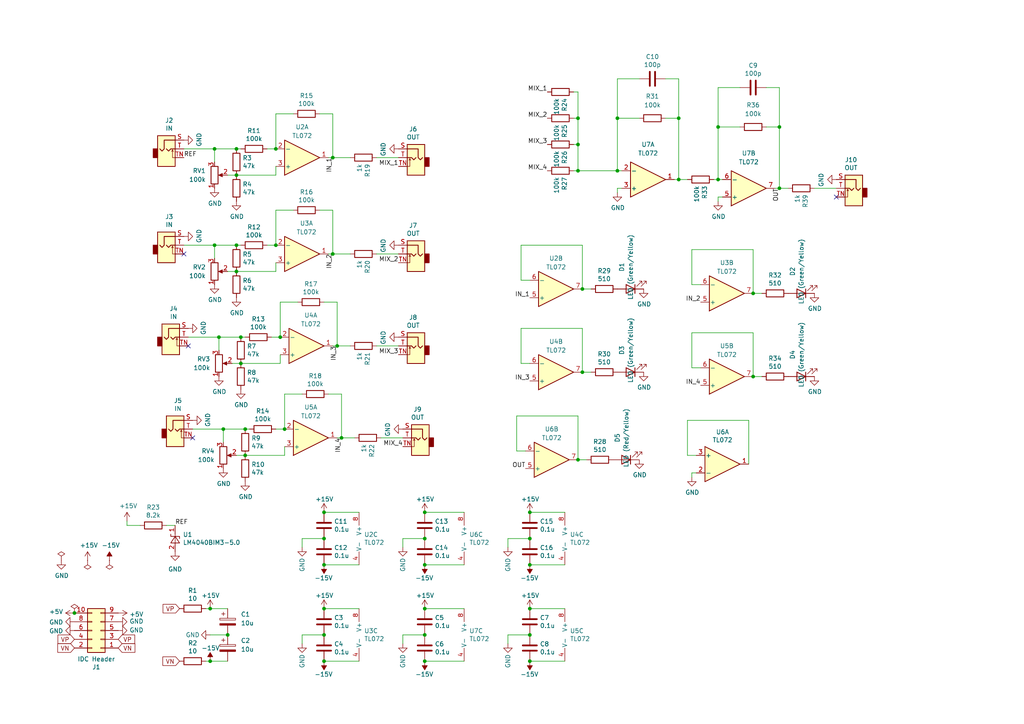
<source format=kicad_sch>
(kicad_sch (version 20230121) (generator eeschema)
  (paper "A4")
  (title_block (title "summe") (date "2021-05-30") (rev "R02") (company "company") (comment 1 "schema for pcb") (comment 2 "DC coupled mixer") (comment 3 "comment 3") (comment 4 "License CC BY 4.0 - Attribution 4.0 International") (comment 5 "comment 5") (comment 6 "comment 6") (comment 7 "comment 7") (comment 8 "comment 8") (comment 9 "comment 9"))
  (junction (at 62.23 43.18))
  (junction (at 153.67 163.83))
  (junction (at 68.58 71.12))
  (junction (at 123.19 163.83))
  (junction (at 82.55 124.46))
  (junction (at 97.79 100.33))
  (junction (at 167.64 41.91))
  (junction (at 123.19 148.59))
  (junction (at 68.58 43.18))
  (junction (at 167.64 34.29))
  (junction (at 96.52 73.66))
  (junction (at 179.07 49.53))
  (junction (at 93.98 191.77))
  (junction (at 60.96 176.53))
  (junction (at 208.28 52.07))
  (junction (at 69.85 97.79))
  (junction (at 93.98 184.15))
  (junction (at 196.85 34.29))
  (junction (at 71.12 132.08))
  (junction (at 60.96 191.77))
  (junction (at 168.91 107.95))
  (junction (at 153.67 184.15))
  (junction (at 93.98 163.83))
  (junction (at 93.98 148.59))
  (junction (at 123.19 191.77))
  (junction (at 226.06 36.83))
  (junction (at 123.19 156.21))
  (junction (at 68.58 78.74))
  (junction (at 80.01 43.18))
  (junction (at 99.06 127))
  (junction (at 123.19 184.15))
  (junction (at 71.12 124.46))
  (junction (at 63.5 97.79))
  (junction (at 69.85 105.41))
  (junction (at 208.28 36.83))
  (junction (at 179.07 34.29))
  (junction (at 96.52 45.72))
  (junction (at 93.98 176.53))
  (junction (at 167.64 133.35))
  (junction (at 64.77 124.46))
  (junction (at 80.01 71.12))
  (junction (at 81.28 97.79))
  (junction (at 153.67 176.53))
  (junction (at 153.67 191.77))
  (junction (at 167.64 49.53))
  (junction (at 21.59 177.8))
  (junction (at 153.67 156.21))
  (junction (at 62.23 71.12))
  (junction (at 226.06 54.61))
  (junction (at 153.67 148.59))
  (junction (at 218.44 109.22))
  (junction (at 93.98 156.21))
  (junction (at 218.44 85.09))
  (junction (at 168.91 83.82))
  (junction (at 196.85 52.07))
  (junction (at 66.04 184.15))
  (junction (at 123.19 176.53))
  (junction (at 68.58 50.8))
  (no_connect (at 53.34 73.66))
  (no_connect (at 55.88 127))
  (no_connect (at 54.61 100.33))
  (no_connect (at 242.57 57.15))
  (wire (pts (xy 179.07 34.29) (xy 179.07 49.53)))
  (wire (pts (xy 68.58 50.8) (xy 80.01 50.8)))
  (wire (pts (xy 77.47 43.18) (xy 80.01 43.18)))
  (wire (pts (xy 60.96 191.77) (xy 66.04 191.77)))
  (wire (pts (xy 217.17 134.62) (xy 217.17 121.92)))
  (wire (pts (xy 69.85 105.41) (xy 81.28 105.41)))
  (wire (pts (xy 87.63 114.3) (xy 82.55 114.3)))
  (wire (pts (xy 179.07 34.29) (xy 185.42 34.29)))
  (wire (pts (xy 71.12 124.46) (xy 72.39 124.46)))
  (wire (pts (xy 77.47 71.12) (xy 80.01 71.12)))
  (wire (pts (xy 104.14 148.59) (xy 93.98 148.59)))
  (wire (pts (xy 59.69 191.77) (xy 60.96 191.77)))
  (wire (pts (xy 218.44 85.09) (xy 220.98 85.09)))
  (wire (pts (xy 217.17 121.92) (xy 199.39 121.92)))
  (wire (pts (xy 208.28 52.07) (xy 207.01 52.07)))
  (wire (pts (xy 80.01 124.46) (xy 82.55 124.46)))
  (wire (pts (xy 109.22 100.33) (xy 115.57 100.33)))
  (wire (pts (xy 68.58 71.12) (xy 69.85 71.12)))
  (wire (pts (xy 193.04 34.29) (xy 196.85 34.29)))
  (wire (pts (xy 180.34 54.61) (xy 179.07 54.61)))
  (wire (pts (xy 97.79 127) (xy 99.06 127)))
  (wire (pts (xy 53.34 43.18) (xy 62.23 43.18)))
  (wire (pts (xy 134.62 191.77) (xy 123.19 191.77)))
  (wire (pts (xy 167.64 34.29) (xy 167.64 41.91)))
  (wire (pts (xy 168.91 95.25) (xy 151.13 95.25)))
  (wire (pts (xy 67.31 105.41) (xy 69.85 105.41)))
  (wire (pts (xy 218.44 109.22) (xy 218.44 96.52)))
  (wire (pts (xy 179.07 22.86) (xy 179.07 34.29)))
  (wire (pts (xy 134.62 176.53) (xy 123.19 176.53)))
  (wire (pts (xy 86.36 87.63) (xy 81.28 87.63)))
  (wire (pts (xy 62.23 71.12) (xy 68.58 71.12)))
  (wire (pts (xy 167.64 133.35) (xy 167.64 120.65)))
  (wire (pts (xy 110.49 127) (xy 116.84 127)))
  (wire (pts (xy 166.37 41.91) (xy 167.64 41.91)))
  (wire (pts (xy 208.28 25.4) (xy 208.28 36.83)))
  (wire (pts (xy 116.84 184.15) (xy 116.84 186.69)))
  (wire (pts (xy 222.25 25.4) (xy 226.06 25.4)))
  (wire (pts (xy 163.83 191.77) (xy 153.67 191.77)))
  (wire (pts (xy 123.19 184.15) (xy 116.84 184.15)))
  (wire (pts (xy 222.25 36.83) (xy 226.06 36.83)))
  (wire (pts (xy 166.37 49.53) (xy 167.64 49.53)))
  (wire (pts (xy 71.12 132.08) (xy 82.55 132.08)))
  (wire (pts (xy 209.55 52.07) (xy 208.28 52.07)))
  (wire (pts (xy 168.91 107.95) (xy 168.91 95.25)))
  (wire (pts (xy 66.04 184.15) (xy 60.96 184.15)))
  (wire (pts (xy 224.79 54.61) (xy 226.06 54.61)))
  (wire (pts (xy 78.74 97.79) (xy 81.28 97.79)))
  (wire (pts (xy 63.5 101.6) (xy 63.5 97.79)))
  (wire (pts (xy 168.91 71.12) (xy 151.13 71.12)))
  (wire (pts (xy 104.14 176.53) (xy 93.98 176.53)))
  (wire (pts (xy 66.04 50.8) (xy 68.58 50.8)))
  (wire (pts (xy 199.39 121.92) (xy 199.39 132.08)))
  (wire (pts (xy 196.85 52.07) (xy 195.58 52.07)))
  (wire (pts (xy 167.64 26.67) (xy 167.64 34.29)))
  (wire (pts (xy 214.63 36.83) (xy 208.28 36.83)))
  (wire (pts (xy 99.06 114.3) (xy 99.06 127)))
  (wire (pts (xy 64.77 124.46) (xy 71.12 124.46)))
  (wire (pts (xy 55.88 124.46) (xy 64.77 124.46)))
  (wire (pts (xy 200.66 72.39) (xy 200.66 82.55)))
  (wire (pts (xy 167.64 41.91) (xy 167.64 49.53)))
  (wire (pts (xy 96.52 60.96) (xy 96.52 73.66)))
  (wire (pts (xy 92.71 33.02) (xy 96.52 33.02)))
  (wire (pts (xy 80.01 33.02) (xy 80.01 43.18)))
  (wire (pts (xy 68.58 43.18) (xy 69.85 43.18)))
  (wire (pts (xy 166.37 34.29) (xy 167.64 34.29)))
  (wire (pts (xy 151.13 95.25) (xy 151.13 105.41)))
  (wire (pts (xy 226.06 54.61) (xy 228.6 54.61)))
  (wire (pts (xy 196.85 34.29) (xy 196.85 52.07)))
  (wire (pts (xy 179.07 22.86) (xy 185.42 22.86)))
  (wire (pts (xy 93.98 184.15) (xy 87.63 184.15)))
  (wire (pts (xy 97.79 100.33) (xy 101.6 100.33)))
  (wire (pts (xy 69.85 97.79) (xy 71.12 97.79)))
  (wire (pts (xy 80.01 78.74) (xy 80.01 76.2)))
  (wire (pts (xy 171.45 83.82) (xy 168.91 83.82)))
  (wire (pts (xy 171.45 107.95) (xy 168.91 107.95)))
  (wire (pts (xy 168.91 83.82) (xy 168.91 71.12)))
  (wire (pts (xy 99.06 127) (xy 102.87 127)))
  (wire (pts (xy 220.98 109.22) (xy 218.44 109.22)))
  (wire (pts (xy 53.34 71.12) (xy 62.23 71.12)))
  (wire (pts (xy 218.44 85.09) (xy 218.44 72.39)))
  (wire (pts (xy 82.55 132.08) (xy 82.55 129.54)))
  (wire (pts (xy 151.13 71.12) (xy 151.13 81.28)))
  (wire (pts (xy 63.5 97.79) (xy 69.85 97.79)))
  (wire (pts (xy 166.37 26.67) (xy 167.64 26.67)))
  (wire (pts (xy 104.14 191.77) (xy 93.98 191.77)))
  (wire (pts (xy 151.13 81.28) (xy 153.67 81.28)))
  (wire (pts (xy 95.25 114.3) (xy 99.06 114.3)))
  (wire (pts (xy 109.22 45.72) (xy 115.57 45.72)))
  (wire (pts (xy 48.26 152.4) (xy 50.8 152.4)))
  (wire (pts (xy 163.83 163.83) (xy 153.67 163.83)))
  (wire (pts (xy 81.28 105.41) (xy 81.28 102.87)))
  (wire (pts (xy 87.63 156.21) (xy 87.63 158.75)))
  (wire (pts (xy 196.85 22.86) (xy 196.85 34.29)))
  (wire (pts (xy 96.52 45.72) (xy 95.25 45.72)))
  (wire (pts (xy 153.67 184.15) (xy 147.32 184.15)))
  (wire (pts (xy 170.18 133.35) (xy 167.64 133.35)))
  (wire (pts (xy 226.06 25.4) (xy 226.06 36.83)))
  (wire (pts (xy 85.09 60.96) (xy 80.01 60.96)))
  (wire (pts (xy 149.86 120.65) (xy 149.86 130.81)))
  (wire (pts (xy 93.98 156.21) (xy 87.63 156.21)))
  (wire (pts (xy 116.84 156.21) (xy 116.84 158.75)))
  (wire (pts (xy 60.96 176.53) (xy 66.04 176.53)))
  (wire (pts (xy 193.04 22.86) (xy 196.85 22.86)))
  (wire (pts (xy 62.23 46.99) (xy 62.23 43.18)))
  (wire (pts (xy 134.62 148.59) (xy 123.19 148.59)))
  (wire (pts (xy 96.52 73.66) (xy 95.25 73.66)))
  (wire (pts (xy 147.32 156.21) (xy 147.32 158.75)))
  (wire (pts (xy 179.07 49.53) (xy 180.34 49.53)))
  (wire (pts (xy 208.28 57.15) (xy 208.28 58.42)))
  (wire (pts (xy 81.28 87.63) (xy 81.28 97.79)))
  (wire (pts (xy 93.98 87.63) (xy 97.79 87.63)))
  (wire (pts (xy 153.67 156.21) (xy 147.32 156.21)))
  (wire (pts (xy 199.39 52.07) (xy 196.85 52.07)))
  (wire (pts (xy 179.07 54.61) (xy 179.07 55.88)))
  (wire (pts (xy 62.23 43.18) (xy 68.58 43.18)))
  (wire (pts (xy 208.28 25.4) (xy 214.63 25.4)))
  (wire (pts (xy 151.13 105.41) (xy 153.67 105.41)))
  (wire (pts (xy 167.64 49.53) (xy 179.07 49.53)))
  (wire (pts (xy 36.83 152.4) (xy 40.64 152.4)))
  (wire (pts (xy 147.32 184.15) (xy 147.32 186.69)))
  (wire (pts (xy 96.52 100.33) (xy 97.79 100.33)))
  (wire (pts (xy 64.77 128.27) (xy 64.77 124.46)))
  (wire (pts (xy 59.69 176.53) (xy 60.96 176.53)))
  (wire (pts (xy 149.86 130.81) (xy 152.4 130.81)))
  (wire (pts (xy 68.58 132.08) (xy 71.12 132.08)))
  (wire (pts (xy 153.67 176.53) (xy 163.83 176.53)))
  (wire (pts (xy 101.6 73.66) (xy 96.52 73.66)))
  (wire (pts (xy 101.6 45.72) (xy 96.52 45.72)))
  (wire (pts (xy 200.66 137.16) (xy 200.66 138.43)))
  (wire (pts (xy 123.19 156.21) (xy 116.84 156.21)))
  (wire (pts (xy 36.83 151.13) (xy 36.83 152.4)))
  (wire (pts (xy 200.66 106.68) (xy 203.2 106.68)))
  (wire (pts (xy 236.22 54.61) (xy 242.57 54.61)))
  (wire (pts (xy 85.09 33.02) (xy 80.01 33.02)))
  (wire (pts (xy 218.44 96.52) (xy 200.66 96.52)))
  (wire (pts (xy 153.67 148.59) (xy 163.83 148.59)))
  (wire (pts (xy 201.93 137.16) (xy 200.66 137.16)))
  (wire (pts (xy 54.61 97.79) (xy 63.5 97.79)))
  (wire (pts (xy 82.55 114.3) (xy 82.55 124.46)))
  (wire (pts (xy 92.71 60.96) (xy 96.52 60.96)))
  (wire (pts (xy 104.14 163.83) (xy 93.98 163.83)))
  (wire (pts (xy 200.66 72.39) (xy 218.44 72.39)))
  (wire (pts (xy 68.58 78.74) (xy 80.01 78.74)))
  (wire (pts (xy 199.39 132.08) (xy 201.93 132.08)))
  (wire (pts (xy 62.23 74.93) (xy 62.23 71.12)))
  (wire (pts (xy 96.52 33.02) (xy 96.52 45.72)))
  (wire (pts (xy 208.28 36.83) (xy 208.28 52.07)))
  (wire (pts (xy 97.79 87.63) (xy 97.79 100.33)))
  (wire (pts (xy 87.63 184.15) (xy 87.63 186.69)))
  (wire (pts (xy 226.06 36.83) (xy 226.06 54.61)))
  (wire (pts (xy 66.04 78.74) (xy 68.58 78.74)))
  (wire (pts (xy 209.55 57.15) (xy 208.28 57.15)))
  (wire (pts (xy 109.22 73.66) (xy 115.57 73.66)))
  (wire (pts (xy 80.01 60.96) (xy 80.01 71.12)))
  (wire (pts (xy 200.66 96.52) (xy 200.66 106.68)))
  (wire (pts (xy 80.01 50.8) (xy 80.01 48.26)))
  (wire (pts (xy 167.64 120.65) (xy 149.86 120.65)))
  (wire (pts (xy 134.62 163.83) (xy 123.19 163.83)))
  (wire (pts (xy 200.66 82.55) (xy 203.2 82.55)))
  (label "REF" (at 53.34 45.72 0))
  (label "MIX_4" (at 116.84 129.54 180))
  (label "MIX_1" (at 158.75 26.67 180))
  (label "REF" (at 50.8 152.4 0))
  (label "MIX_3" (at 158.75 41.91 180))
  (label "OUT" (at 152.4 135.89 180))
  (label "IN_2" (at 203.2 87.63 180))
  (label "IN_3" (at 153.67 110.49 180))
  (label "MIX_1" (at 115.57 48.26 180))
  (label "IN_1" (at 96.52 45.72 270))
  (label "IN_1" (at 153.67 86.36 180))
  (label "IN_4" (at 99.06 127 270))
  (label "MIX_2" (at 158.75 34.29 180))
  (label "MIX_3" (at 115.57 102.87 180))
  (label "IN_2" (at 96.52 73.66 270))
  (label "MIX_2" (at 115.57 76.2 180))
  (label "MIX_4" (at 158.75 49.53 180))
  (label "IN_4" (at 203.2 111.76 180))
  (label "OUT" (at 226.06 54.61 270))
  (label "IN_3" (at 97.79 100.33 270))
  (global_label "VN" (shape input) (at 52.07 191.77 180) (property "Intersheetrefs" "${INTERSHEET_REFS}" (effects hide)))
  (global_label "VP" (shape input) (at 34.29 185.42 0) (property "Intersheetrefs" "${INTERSHEET_REFS}" (effects hide)))
  (global_label "VN" (shape input) (at 34.29 187.96 0) (property "Intersheetrefs" "${INTERSHEET_REFS}" (effects hide)))
  (global_label "VP" (shape input) (at 52.07 176.53 180) (property "Intersheetrefs" "${INTERSHEET_REFS}" (effects hide)))
  (global_label "VP" (shape input) (at 21.59 185.42 180) (property "Intersheetrefs" "${INTERSHEET_REFS}" (effects hide)))
  (global_label "VN" (shape input) (at 21.59 187.96 180) (property "Intersheetrefs" "${INTERSHEET_REFS}" (effects hide)))
  (symbol (lib_id "Connector:AudioJack2_SwitchT") (at 48.26 43.18 0) (unit 1)
    (property "Reference" "J2" (at 49.0728 34.925 0))
    (property "Value" "IN" (at 49.0728 37.2364 0))
    (property "Footprint" "elektrophon:Jack_3.5mm_WQP-PJ398SM_Vertical" (effects hide))
    (property "Description" "3.5mm Eurorack Jacks" (effects hide))
    (property "Sim.Device" "SPICE" (effects hide))
    (property "Sim.Params" "type=\"X\" model=\"IN_1\" lib=\"\"" (effects hide))
    (property "Sim.Pins" "S=1 T=2 TN=3" (effects hide))
  )
  (symbol (lib_id "Connector:AudioJack2_SwitchT") (at 120.65 45.72 0) (mirror y) (unit 1)
    (property "Reference" "J6" (at 119.8372 37.465 0))
    (property "Value" "OUT" (at 119.8372 39.7764 0))
    (property "Footprint" "elektrophon:Jack_3.5mm_WQP-PJ398SM_Vertical" (effects hide))
    (property "Description" "3.5mm Eurorack Jacks" (effects hide))
    (property "Sim.Device" "SPICE" (effects hide))
    (property "Sim.Params" "type=\"X\" model=\"OUT_1\" lib=\"\"" (effects hide))
    (property "Sim.Pins" "S=1 T=2 TN=3" (effects hide))
  )
  (symbol (lib_id "power:GND") (at 53.34 40.64 90) (unit 1)
    (property "Reference" "#PWR010" (effects hide))
    (property "Value" "GND" (at 57.7342 40.513 0))
  )
  (symbol (lib_id "power:GND") (at 115.57 43.18 270) (unit 1)
    (property "Reference" "#PWR031" (effects hide))
    (property "Value" "GND" (at 111.1758 43.307 0))
  )
  (symbol (lib_id "Device:R") (at 105.41 45.72 90) (unit 1)
    (property "Reference" "R19" (at 106.5784 47.498 0) (effects (justify right)))
    (property "Value" "1k" (at 104.267 47.498 0) (effects (justify right)))
    (property "Footprint" "Resistor_SMD:R_0805_2012Metric_Pad1.20x1.40mm_HandSolder" (effects hide))
    (property "Description" "Thick Film Resistors - SMD (0805)" (effects hide))
  )
  (symbol (lib_id "power:GND") (at 60.96 184.15 270) (unit 1)
    (property "Reference" "#PWR015" (effects hide))
    (property "Value" "GND" (at 55.88 184.15 90))
  )
  (symbol (lib_id "power:GND") (at 21.59 182.88 270) (unit 1)
    (property "Reference" "#PWR03" (effects hide))
    (property "Value" "GND" (at 18.3388 183.007 90) (effects (justify right)))
  )
  (symbol (lib_id "Device:C") (at 93.98 180.34 0) (unit 1)
    (property "Reference" "C3" (at 96.901 179.1716 0) (effects (justify left)))
    (property "Value" "0.1u" (at 96.901 181.483 0) (effects (justify left)))
    (property "Footprint" "Capacitor_SMD:C_0805_2012Metric_Pad1.18x1.45mm_HandSolder" (effects hide))
    (property "Sim.Enable" "0" (effects hide))
    (property "Description" "Multilayer Ceramic Capacitors MLCC" (effects hide))
    (property "Sim.Device" "SPICE" (effects hide))
    (property "Sim.Params" "type=\"C\" model=\"0.1u\" lib=\"\"" (effects hide))
    (property "Sim.Pins" "1=1 2=2" (effects hide))
  )
  (symbol (lib_id "Device:C") (at 93.98 187.96 0) (unit 1)
    (property "Reference" "C4" (at 96.901 186.7916 0) (effects (justify left)))
    (property "Value" "0.1u" (at 96.901 189.103 0) (effects (justify left)))
    (property "Footprint" "Capacitor_SMD:C_0805_2012Metric_Pad1.18x1.45mm_HandSolder" (effects hide))
    (property "Sim.Enable" "0" (effects hide))
    (property "Description" "Multilayer Ceramic Capacitors MLCC" (effects hide))
    (property "Sim.Device" "SPICE" (effects hide))
    (property "Sim.Params" "type=\"C\" model=\"0.1u\" lib=\"\"" (effects hide))
    (property "Sim.Pins" "1=1 2=2" (effects hide))
  )
  (symbol (lib_id "Device:C") (at 123.19 180.34 0) (unit 1)
    (property "Reference" "C5" (at 126.111 179.1716 0) (effects (justify left)))
    (property "Value" "0.1u" (at 126.111 181.483 0) (effects (justify left)))
    (property "Footprint" "Capacitor_SMD:C_0805_2012Metric_Pad1.18x1.45mm_HandSolder" (effects hide))
    (property "Sim.Enable" "0" (effects hide))
    (property "Description" "Multilayer Ceramic Capacitors MLCC" (effects hide))
    (property "Sim.Device" "SPICE" (effects hide))
    (property "Sim.Params" "type=\"C\" model=\"0.1u\" lib=\"\"" (effects hide))
    (property "Sim.Pins" "1=1 2=2" (effects hide))
  )
  (symbol (lib_id "Device:C") (at 123.19 187.96 0) (unit 1)
    (property "Reference" "C6" (at 126.111 186.7916 0) (effects (justify left)))
    (property "Value" "0.1u" (at 126.111 189.103 0) (effects (justify left)))
    (property "Footprint" "Capacitor_SMD:C_0805_2012Metric_Pad1.18x1.45mm_HandSolder" (effects hide))
    (property "Sim.Enable" "0" (effects hide))
    (property "Description" "Multilayer Ceramic Capacitors MLCC" (effects hide))
    (property "Sim.Device" "SPICE" (effects hide))
    (property "Sim.Params" "type=\"C\" model=\"0.1u\" lib=\"\"" (effects hide))
    (property "Sim.Pins" "1=1 2=2" (effects hide))
  )
  (symbol (lib_id "Device:R") (at 73.66 43.18 270) (unit 1)
    (property "Reference" "R11" (at 73.66 37.9222 90))
    (property "Value" "100k" (at 73.66 40.2336 90))
    (property "Footprint" "Resistor_SMD:R_0805_2012Metric_Pad1.20x1.40mm_HandSolder" (effects hide))
    (property "Description" "Thick Film Resistors - SMD (0805)" (effects hide))
  )
  (symbol (lib_id "Device:R") (at 68.58 46.99 0) (unit 1)
    (property "Reference" "R3" (at 70.358 45.8216 0) (effects (justify left)))
    (property "Value" "47k" (at 70.358 48.133 0) (effects (justify left)))
    (property "Footprint" "Resistor_SMD:R_0805_2012Metric_Pad1.20x1.40mm_HandSolder" (effects hide))
    (property "Description" "Thick Film Resistors - SMD (0805)" (effects hide))
  )
  (symbol (lib_id "Device:R") (at 68.58 54.61 0) (unit 1)
    (property "Reference" "R4" (at 70.358 53.4416 0) (effects (justify left)))
    (property "Value" "47k" (at 70.358 55.753 0) (effects (justify left)))
    (property "Footprint" "Resistor_SMD:R_0805_2012Metric_Pad1.20x1.40mm_HandSolder" (effects hide))
    (property "Description" "Thick Film Resistors - SMD (0805)" (effects hide))
  )
  (symbol (lib_id "power:GND") (at 68.58 58.42 0) (unit 1)
    (property "Reference" "#PWR021" (effects hide))
    (property "Value" "GND" (at 68.707 62.8142 0))
  )
  (symbol (lib_id "Device:R") (at 88.9 33.02 270) (unit 1)
    (property "Reference" "R15" (at 88.9 27.7622 90))
    (property "Value" "100k" (at 88.9 30.0736 90))
    (property "Footprint" "Resistor_SMD:R_0805_2012Metric_Pad1.20x1.40mm_HandSolder" (effects hide))
    (property "Description" "Thick Film Resistors - SMD (0805)" (effects hide))
  )
  (symbol (lib_id "Connector:AudioJack2_SwitchT") (at 48.26 71.12 0) (unit 1)
    (property "Reference" "J3" (at 49.0728 62.865 0))
    (property "Value" "IN" (at 49.0728 65.1764 0))
    (property "Footprint" "elektrophon:Jack_3.5mm_WQP-PJ398SM_Vertical" (effects hide))
    (property "Description" "3.5mm Eurorack Jacks" (effects hide))
    (property "Sim.Device" "SPICE" (effects hide))
    (property "Sim.Params" "type=\"X\" model=\"IN_2\" lib=\"\"" (effects hide))
    (property "Sim.Pins" "S=1 T=2 TN=3" (effects hide))
  )
  (symbol (lib_id "power:GND") (at 53.34 68.58 90) (unit 1)
    (property "Reference" "#PWR011" (effects hide))
    (property "Value" "GND" (at 57.7342 68.453 0))
  )
  (symbol (lib_id "power:GND") (at 62.23 82.55 0) (unit 1)
    (property "Reference" "#PWR018" (effects hide))
    (property "Value" "GND" (at 62.357 86.9442 0))
  )
  (symbol (lib_id "Device:R") (at 73.66 71.12 270) (unit 1)
    (property "Reference" "R12" (at 73.66 65.8622 90))
    (property "Value" "100k" (at 73.66 68.1736 90))
    (property "Footprint" "Resistor_SMD:R_0805_2012Metric_Pad1.20x1.40mm_HandSolder" (effects hide))
    (property "Description" "Thick Film Resistors - SMD (0805)" (effects hide))
  )
  (symbol (lib_id "Device:R") (at 68.58 74.93 0) (unit 1)
    (property "Reference" "R5" (at 70.358 73.7616 0) (effects (justify left)))
    (property "Value" "47k" (at 70.358 76.073 0) (effects (justify left)))
    (property "Footprint" "Resistor_SMD:R_0805_2012Metric_Pad1.20x1.40mm_HandSolder" (effects hide))
    (property "Description" "Thick Film Resistors - SMD (0805)" (effects hide))
  )
  (symbol (lib_id "Device:R") (at 68.58 82.55 0) (unit 1)
    (property "Reference" "R6" (at 70.358 81.3816 0) (effects (justify left)))
    (property "Value" "47k" (at 70.358 83.693 0) (effects (justify left)))
    (property "Footprint" "Resistor_SMD:R_0805_2012Metric_Pad1.20x1.40mm_HandSolder" (effects hide))
    (property "Description" "Thick Film Resistors - SMD (0805)" (effects hide))
  )
  (symbol (lib_id "power:GND") (at 68.58 86.36 0) (unit 1)
    (property "Reference" "#PWR022" (effects hide))
    (property "Value" "GND" (at 68.707 90.7542 0))
  )
  (symbol (lib_id "Device:R") (at 88.9 60.96 270) (unit 1)
    (property "Reference" "R16" (at 88.9 55.7022 90))
    (property "Value" "100k" (at 88.9 58.0136 90))
    (property "Footprint" "Resistor_SMD:R_0805_2012Metric_Pad1.20x1.40mm_HandSolder" (effects hide))
    (property "Description" "Thick Film Resistors - SMD (0805)" (effects hide))
  )
  (symbol (lib_id "Connector:AudioJack2_SwitchT") (at 49.53 97.79 0) (unit 1)
    (property "Reference" "J4" (at 50.3428 89.535 0))
    (property "Value" "IN" (at 50.3428 91.8464 0))
    (property "Footprint" "elektrophon:Jack_3.5mm_WQP-PJ398SM_Vertical" (effects hide))
    (property "Description" "3.5mm Eurorack Jacks" (effects hide))
    (property "Sim.Device" "SPICE" (effects hide))
    (property "Sim.Params" "type=\"X\" model=\"IN_3\" lib=\"\"" (effects hide))
    (property "Sim.Pins" "S=1 T=2 TN=3" (effects hide))
  )
  (symbol (lib_id "power:GND") (at 54.61 95.25 90) (unit 1)
    (property "Reference" "#PWR012" (effects hide))
    (property "Value" "GND" (at 59.0042 95.123 0))
  )
  (symbol (lib_id "power:GND") (at 63.5 109.22 0) (unit 1)
    (property "Reference" "#PWR019" (effects hide))
    (property "Value" "GND" (at 63.627 113.6142 0))
  )
  (symbol (lib_id "Device:R") (at 74.93 97.79 270) (unit 1)
    (property "Reference" "R13" (at 74.93 92.5322 90))
    (property "Value" "100k" (at 74.93 94.8436 90))
    (property "Footprint" "Resistor_SMD:R_0805_2012Metric_Pad1.20x1.40mm_HandSolder" (effects hide))
    (property "Description" "Thick Film Resistors - SMD (0805)" (effects hide))
  )
  (symbol (lib_id "Device:R") (at 69.85 101.6 0) (unit 1)
    (property "Reference" "R7" (at 71.628 100.4316 0) (effects (justify left)))
    (property "Value" "47k" (at 71.628 102.743 0) (effects (justify left)))
    (property "Footprint" "Resistor_SMD:R_0805_2012Metric_Pad1.20x1.40mm_HandSolder" (effects hide))
    (property "Description" "Thick Film Resistors - SMD (0805)" (effects hide))
  )
  (symbol (lib_id "Device:R") (at 69.85 109.22 0) (unit 1)
    (property "Reference" "R8" (at 71.628 108.0516 0) (effects (justify left)))
    (property "Value" "47k" (at 71.628 110.363 0) (effects (justify left)))
    (property "Footprint" "Resistor_SMD:R_0805_2012Metric_Pad1.20x1.40mm_HandSolder" (effects hide))
    (property "Description" "Thick Film Resistors - SMD (0805)" (effects hide))
  )
  (symbol (lib_id "power:GND") (at 69.85 113.03 0) (unit 1)
    (property "Reference" "#PWR023" (effects hide))
    (property "Value" "GND" (at 69.977 117.4242 0))
  )
  (symbol (lib_id "Device:R") (at 90.17 87.63 270) (unit 1)
    (property "Reference" "R17" (at 90.17 82.3722 90))
    (property "Value" "100k" (at 90.17 84.6836 90))
    (property "Footprint" "Resistor_SMD:R_0805_2012Metric_Pad1.20x1.40mm_HandSolder" (effects hide))
    (property "Description" "Thick Film Resistors - SMD (0805)" (effects hide))
  )
  (symbol (lib_id "Connector:AudioJack2_SwitchT") (at 50.8 124.46 0) (unit 1)
    (property "Reference" "J5" (at 51.6128 116.205 0))
    (property "Value" "IN" (at 51.6128 118.5164 0))
    (property "Footprint" "elektrophon:Jack_3.5mm_WQP-PJ398SM_Vertical" (effects hide))
    (property "Description" "3.5mm Eurorack Jacks" (effects hide))
    (property "Sim.Device" "SPICE" (effects hide))
    (property "Sim.Params" "type=\"X\" model=\"IN_4\" lib=\"\"" (effects hide))
    (property "Sim.Pins" "S=1 T=2 TN=3" (effects hide))
  )
  (symbol (lib_id "power:GND") (at 55.88 121.92 90) (unit 1)
    (property "Reference" "#PWR013" (effects hide))
    (property "Value" "GND" (at 60.2742 121.793 0))
  )
  (symbol (lib_id "power:GND") (at 64.77 135.89 0) (unit 1)
    (property "Reference" "#PWR020" (effects hide))
    (property "Value" "GND" (at 64.897 140.2842 0))
  )
  (symbol (lib_id "Device:R") (at 76.2 124.46 270) (unit 1)
    (property "Reference" "R14" (at 76.2 119.2022 90))
    (property "Value" "100k" (at 76.2 121.5136 90))
    (property "Footprint" "Resistor_SMD:R_0805_2012Metric_Pad1.20x1.40mm_HandSolder" (effects hide))
    (property "Description" "Thick Film Resistors - SMD (0805)" (effects hide))
  )
  (symbol (lib_id "Device:R") (at 71.12 128.27 0) (unit 1)
    (property "Reference" "R9" (at 72.898 127.1016 0) (effects (justify left)))
    (property "Value" "47k" (at 72.898 129.413 0) (effects (justify left)))
    (property "Footprint" "Resistor_SMD:R_0805_2012Metric_Pad1.20x1.40mm_HandSolder" (effects hide))
    (property "Description" "Thick Film Resistors - SMD (0805)" (effects hide))
  )
  (symbol (lib_id "Device:R") (at 71.12 135.89 0) (unit 1)
    (property "Reference" "R10" (at 72.898 134.7216 0) (effects (justify left)))
    (property "Value" "47k" (at 72.898 137.033 0) (effects (justify left)))
    (property "Footprint" "Resistor_SMD:R_0805_2012Metric_Pad1.20x1.40mm_HandSolder" (effects hide))
    (property "Description" "Thick Film Resistors - SMD (0805)" (effects hide))
  )
  (symbol (lib_id "power:GND") (at 71.12 139.7 0) (unit 1)
    (property "Reference" "#PWR024" (effects hide))
    (property "Value" "GND" (at 71.247 144.0942 0))
  )
  (symbol (lib_id "Device:R") (at 91.44 114.3 270) (unit 1)
    (property "Reference" "R18" (at 91.44 109.0422 90))
    (property "Value" "100k" (at 91.44 111.3536 90))
    (property "Footprint" "Resistor_SMD:R_0805_2012Metric_Pad1.20x1.40mm_HandSolder" (effects hide))
    (property "Description" "Thick Film Resistors - SMD (0805)" (effects hide))
  )
  (symbol (lib_id "Connector:AudioJack2_SwitchT") (at 120.65 73.66 0) (mirror y) (unit 1)
    (property "Reference" "J7" (at 119.8372 65.405 0))
    (property "Value" "OUT" (at 119.8372 67.7164 0))
    (property "Footprint" "elektrophon:Jack_3.5mm_WQP-PJ398SM_Vertical" (effects hide))
    (property "Description" "3.5mm Eurorack Jacks" (effects hide))
    (property "Sim.Device" "SPICE" (effects hide))
    (property "Sim.Params" "type=\"X\" model=\"OUT_2\" lib=\"\"" (effects hide))
    (property "Sim.Pins" "S=1 T=2 TN=3" (effects hide))
  )
  (symbol (lib_id "power:GND") (at 115.57 71.12 270) (unit 1)
    (property "Reference" "#PWR032" (effects hide))
    (property "Value" "GND" (at 111.1758 71.247 0))
  )
  (symbol (lib_id "Device:R") (at 105.41 73.66 90) (unit 1)
    (property "Reference" "R20" (at 106.5784 75.438 0) (effects (justify right)))
    (property "Value" "1k" (at 104.267 75.438 0) (effects (justify right)))
    (property "Footprint" "Resistor_SMD:R_0805_2012Metric_Pad1.20x1.40mm_HandSolder" (effects hide))
    (property "Description" "Thick Film Resistors - SMD (0805)" (effects hide))
  )
  (symbol (lib_id "Connector:AudioJack2_SwitchT") (at 120.65 100.33 0) (mirror y) (unit 1)
    (property "Reference" "J8" (at 119.8372 92.075 0))
    (property "Value" "OUT" (at 119.8372 94.3864 0))
    (property "Footprint" "elektrophon:Jack_3.5mm_WQP-PJ398SM_Vertical" (effects hide))
    (property "Description" "3.5mm Eurorack Jacks" (effects hide))
    (property "Sim.Device" "SPICE" (effects hide))
    (property "Sim.Params" "type=\"X\" model=\"OUT_3\" lib=\"\"" (effects hide))
    (property "Sim.Pins" "S=1 T=2 TN=3" (effects hide))
  )
  (symbol (lib_id "power:GND") (at 115.57 97.79 270) (unit 1)
    (property "Reference" "#PWR033" (effects hide))
    (property "Value" "GND" (at 111.1758 97.917 0))
  )
  (symbol (lib_id "Device:R") (at 105.41 100.33 90) (unit 1)
    (property "Reference" "R21" (at 106.5784 102.108 0) (effects (justify right)))
    (property "Value" "1k" (at 104.267 102.108 0) (effects (justify right)))
    (property "Footprint" "Resistor_SMD:R_0805_2012Metric_Pad1.20x1.40mm_HandSolder" (effects hide))
    (property "Description" "Thick Film Resistors - SMD (0805)" (effects hide))
  )
  (symbol (lib_id "Connector:AudioJack2_SwitchT") (at 121.92 127 0) (mirror y) (unit 1)
    (property "Reference" "J9" (at 121.1072 118.745 0))
    (property "Value" "OUT" (at 121.1072 121.0564 0))
    (property "Footprint" "elektrophon:Jack_3.5mm_WQP-PJ398SM_Vertical" (effects hide))
    (property "Description" "3.5mm Eurorack Jacks" (effects hide))
    (property "Sim.Device" "SPICE" (effects hide))
    (property "Sim.Params" "type=\"X\" model=\"OUT_4\" lib=\"\"" (effects hide))
    (property "Sim.Pins" "S=1 T=2 TN=3" (effects hide))
  )
  (symbol (lib_id "power:GND") (at 116.84 124.46 270) (unit 1)
    (property "Reference" "#PWR034" (effects hide))
    (property "Value" "GND" (at 112.4458 124.587 0))
  )
  (symbol (lib_id "Device:R") (at 106.68 127 90) (unit 1)
    (property "Reference" "R22" (at 107.8484 128.778 0) (effects (justify right)))
    (property "Value" "1k" (at 105.537 128.778 0) (effects (justify right)))
    (property "Footprint" "Resistor_SMD:R_0805_2012Metric_Pad1.20x1.40mm_HandSolder" (effects hide))
    (property "Description" "Thick Film Resistors - SMD (0805)" (effects hide))
  )
  (symbol (lib_id "Device:R") (at 162.56 49.53 90) (unit 1)
    (property "Reference" "R27" (at 163.7284 51.308 0) (effects (justify right)))
    (property "Value" "100k" (at 161.417 51.308 0) (effects (justify right)))
    (property "Footprint" "Resistor_SMD:R_0805_2012Metric_Pad1.20x1.40mm_HandSolder" (effects hide))
    (property "Description" "Thick Film Resistors - SMD (0805)" (effects hide))
  )
  (symbol (lib_id "Device:R") (at 162.56 41.91 90) (unit 1)
    (property "Reference" "R26" (at 163.7284 43.688 0) (effects (justify right)))
    (property "Value" "100k" (at 161.417 43.688 0) (effects (justify right)))
    (property "Footprint" "Resistor_SMD:R_0805_2012Metric_Pad1.20x1.40mm_HandSolder" (effects hide))
    (property "Description" "Thick Film Resistors - SMD (0805)" (effects hide))
  )
  (symbol (lib_id "Device:R") (at 162.56 34.29 90) (unit 1)
    (property "Reference" "R25" (at 163.7284 36.068 0) (effects (justify right)))
    (property "Value" "100k" (at 161.417 36.068 0) (effects (justify right)))
    (property "Footprint" "Resistor_SMD:R_0805_2012Metric_Pad1.20x1.40mm_HandSolder" (effects hide))
    (property "Description" "Thick Film Resistors - SMD (0805)" (effects hide))
  )
  (symbol (lib_id "Device:R") (at 162.56 26.67 90) (unit 1)
    (property "Reference" "R24" (at 163.7284 28.448 0) (effects (justify right)))
    (property "Value" "100k" (at 161.417 28.448 0) (effects (justify right)))
    (property "Footprint" "Resistor_SMD:R_0805_2012Metric_Pad1.20x1.40mm_HandSolder" (effects hide))
    (property "Description" "Thick Film Resistors - SMD (0805)" (effects hide))
  )
  (symbol (lib_id "Device:R") (at 189.23 34.29 90) (unit 1)
    (property "Reference" "R31" (at 189.23 27.94 90))
    (property "Value" "100k" (at 189.23 30.48 90))
    (property "Footprint" "Resistor_SMD:R_0805_2012Metric_Pad1.20x1.40mm_HandSolder" (effects hide))
    (property "Description" "Thick Film Resistors - SMD (0805)" (effects hide))
  )
  (symbol (lib_id "Connector:AudioJack2_SwitchT") (at 247.65 54.61 0) (mirror y) (unit 1)
    (property "Reference" "J10" (at 246.8372 46.355 0))
    (property "Value" "OUT" (at 246.8372 48.6664 0))
    (property "Footprint" "elektrophon:Jack_3.5mm_WQP-PJ398SM_Vertical" (effects hide))
    (property "Description" "3.5mm Eurorack Jacks" (effects hide))
    (property "Sim.Device" "SPICE" (effects hide))
    (property "Sim.Params" "type=\"X\" model=\"OUT\" lib=\"\"" (effects hide))
    (property "Sim.Pins" "S=1 T=2 TN=3" (effects hide))
  )
  (symbol (lib_id "power:GND") (at 242.57 52.07 270) (unit 1)
    (property "Reference" "#PWR050" (effects hide))
    (property "Value" "GND" (at 238.1758 52.197 0))
  )
  (symbol (lib_id "Device:R") (at 232.41 54.61 90) (unit 1)
    (property "Reference" "R39" (at 233.5784 56.388 0) (effects (justify right)))
    (property "Value" "1k" (at 231.267 56.388 0) (effects (justify right)))
    (property "Footprint" "Resistor_SMD:R_0805_2012Metric_Pad1.20x1.40mm_HandSolder" (effects hide))
    (property "Description" "Thick Film Resistors - SMD (0805)" (effects hide))
  )
  (symbol (lib_id "power:GND") (at 179.07 55.88 0) (unit 1)
    (property "Reference" "#PWR040" (effects hide))
    (property "Value" "GND" (at 179.197 60.2742 0))
  )
  (symbol (lib_id "Device:R") (at 203.2 52.07 90) (unit 1)
    (property "Reference" "R33" (at 204.3684 53.848 0) (effects (justify right)))
    (property "Value" "100k" (at 202.057 53.848 0) (effects (justify right)))
    (property "Footprint" "Resistor_SMD:R_0805_2012Metric_Pad1.20x1.40mm_HandSolder" (effects hide))
    (property "Description" "Thick Film Resistors - SMD (0805)" (effects hide))
  )
  (symbol (lib_id "Device:R") (at 218.44 36.83 90) (unit 1)
    (property "Reference" "R36" (at 218.44 30.48 90))
    (property "Value" "100k" (at 218.44 33.02 90))
    (property "Footprint" "Resistor_SMD:R_0805_2012Metric_Pad1.20x1.40mm_HandSolder" (effects hide))
    (property "Description" "Thick Film Resistors - SMD (0805)" (effects hide))
  )
  (symbol (lib_id "power:GND") (at 208.28 58.42 0) (unit 1)
    (property "Reference" "#PWR045" (effects hide))
    (property "Value" "GND" (at 208.407 62.8142 0))
  )
  (symbol (lib_id "Device:C") (at 153.67 180.34 0) (unit 1)
    (property "Reference" "C7" (at 156.591 179.1716 0) (effects (justify left)))
    (property "Value" "0.1u" (at 156.591 181.483 0) (effects (justify left)))
    (property "Footprint" "Capacitor_SMD:C_0805_2012Metric_Pad1.18x1.45mm_HandSolder" (effects hide))
    (property "Sim.Enable" "0" (effects hide))
    (property "Description" "Multilayer Ceramic Capacitors MLCC" (effects hide))
    (property "Sim.Device" "SPICE" (effects hide))
    (property "Sim.Params" "type=\"C\" model=\"0.1u\" lib=\"\"" (effects hide))
    (property "Sim.Pins" "1=1 2=2" (effects hide))
  )
  (symbol (lib_id "Device:C") (at 153.67 187.96 0) (unit 1)
    (property "Reference" "C8" (at 156.591 186.7916 0) (effects (justify left)))
    (property "Value" "0.1u" (at 156.591 189.103 0) (effects (justify left)))
    (property "Footprint" "Capacitor_SMD:C_0805_2012Metric_Pad1.18x1.45mm_HandSolder" (effects hide))
    (property "Sim.Enable" "0" (effects hide))
    (property "Description" "Multilayer Ceramic Capacitors MLCC" (effects hide))
    (property "Sim.Device" "SPICE" (effects hide))
    (property "Sim.Params" "type=\"C\" model=\"0.1u\" lib=\"\"" (effects hide))
    (property "Sim.Pins" "1=1 2=2" (effects hide))
  )
  (symbol (lib_id "power:GND") (at 62.23 54.61 0) (unit 1)
    (property "Reference" "#PWR017" (effects hide))
    (property "Value" "GND" (at 62.357 59.0042 0))
  )
  (symbol (lib_id "power:PWR_FLAG") (at 25.4 162.56 180) (unit 1)
    (property "Reference" "#FLG02" (effects hide))
    (property "Value" "PWR_FLAG" (effects hide))
  )
  (symbol (lib_id "power:PWR_FLAG") (at 31.75 162.56 180) (unit 1)
    (property "Reference" "#FLG03" (effects hide))
    (property "Value" "PWR_FLAG" (effects hide))
  )
  (symbol (lib_id "power:+15V") (at 25.4 162.56 0) (unit 1)
    (property "Reference" "#PWR04" (effects hide))
    (property "Value" "+15V" (at 25.781 158.1658 0))
  )
  (symbol (lib_id "power:-15V") (at 31.75 162.56 0) (unit 1)
    (property "Reference" "#PWR05" (effects hide))
    (property "Value" "-15V" (at 32.131 158.1658 0))
  )
  (symbol (lib_id "Device:R") (at 55.88 176.53 270) (unit 1)
    (property "Reference" "R1" (at 55.88 171.2722 90))
    (property "Value" "10" (at 55.88 173.5836 90))
    (property "Footprint" "Resistor_THT:R_Axial_DIN0204_L3.6mm_D1.6mm_P2.54mm_Vertical" (effects hide))
    (property "Sim.Enable" "0" (effects hide))
    (property "Description" "Metal Film Resistors - Through Hole (L=3.6 mm, D=1.6 mm, 1%)" (effects hide))
    (property "Sim.Device" "SPICE" (effects hide))
    (property "Sim.Params" "type=\"R\" model=\"10\" lib=\"\"" (effects hide))
    (property "Sim.Pins" "1=1 2=2" (effects hide))
  )
  (symbol (lib_id "power:+15V") (at 60.96 176.53 0) (unit 1)
    (property "Reference" "#PWR014" (effects hide))
    (property "Value" "+15V" (at 58.42 172.72 0) (effects (justify left)))
  )
  (symbol (lib_id "power:-15V") (at 60.96 191.77 0) (unit 1)
    (property "Reference" "#PWR016" (effects hide))
    (property "Value" "-15V" (at 58.42 187.96 0) (effects (justify left)))
  )
  (symbol (lib_id "power:GND") (at 34.29 182.88 90) (unit 1)
    (property "Reference" "#PWR08" (effects hide))
    (property "Value" "GND" (at 37.5412 182.753 90) (effects (justify right)))
  )
  (symbol (lib_id "Device:R") (at 55.88 191.77 270) (unit 1)
    (property "Reference" "R2" (at 55.88 186.5122 90))
    (property "Value" "10" (at 55.88 188.8236 90))
    (property "Footprint" "Resistor_THT:R_Axial_DIN0204_L3.6mm_D1.6mm_P2.54mm_Vertical" (effects hide))
    (property "Sim.Enable" "0" (effects hide))
    (property "Description" "Metal Film Resistors - Through Hole (L=3.6 mm, D=1.6 mm, 1%)" (effects hide))
    (property "Sim.Device" "SPICE" (effects hide))
    (property "Sim.Params" "type=\"R\" model=\"10\" lib=\"\"" (effects hide))
    (property "Sim.Pins" "1=1 2=2" (effects hide))
  )
  (symbol (lib_id "Connector_Generic:Conn_02x05_Odd_Even") (at 29.21 182.88 180) (unit 1)
    (property "Reference" "J1" (at 27.94 193.4718 0))
    (property "Value" "IDC Header" (at 27.94 191.1604 0))
    (property "Footprint" "Connector_IDC:IDC-Header_2x05_P2.54mm_Vertical" (effects hide))
    (property "Sim.Enable" "0" (effects hide))
    (property "Description" "Pin Header IDC, 10 Pos, 2.54mm" (effects hide))
    (property "Sim.Device" "SPICE" (effects hide))
    (property "Sim.Params" "type=\"J\" model=\"IDC Header\" lib=\"\"" (effects hide))
    (property "Sim.Pins" "1=1 2=2 3=3 4=4 5=5 6=6 7=7 8=8 9=9 10=10" (effects hide))
  )
  (symbol (lib_id "power:GND") (at 34.29 180.34 90) (unit 1)
    (property "Reference" "#PWR07" (effects hide))
    (property "Value" "GND" (at 37.5412 180.213 90) (effects (justify right)))
  )
  (symbol (lib_id "power:+5V") (at 34.29 177.8 270) (unit 1)
    (property "Reference" "#PWR06" (effects hide))
    (property "Value" "+5V" (at 37.5412 178.181 90) (effects (justify left)))
  )
  (symbol (lib_id "power:+5V") (at 21.59 177.8 90) (unit 1)
    (property "Reference" "#PWR01" (effects hide))
    (property "Value" "+5V" (at 18.3388 177.419 90) (effects (justify left)))
  )
  (symbol (lib_id "power:PWR_FLAG") (at 21.59 177.8 0) (unit 1)
    (property "Reference" "#FLG01" (effects hide))
    (property "Value" "PWR_FLAG" (effects hide))
  )
  (symbol (lib_id "power:GND") (at 21.59 180.34 270) (unit 1)
    (property "Reference" "#PWR02" (effects hide))
    (property "Value" "GND" (at 18.3388 180.467 90) (effects (justify right)))
  )
  (symbol (lib_id "power:+15V") (at 93.98 176.53 0) (unit 1)
    (property "Reference" "#PWR026" (effects hide))
    (property "Value" "+15V" (at 91.44 172.72 0) (effects (justify left)))
  )
  (symbol (lib_id "power:-15V") (at 93.98 191.77 180) (unit 1)
    (property "Reference" "#PWR027" (effects hide))
    (property "Value" "-15V" (at 96.52 195.58 0) (effects (justify left)))
  )
  (symbol (lib_id "power:+15V") (at 153.67 176.53 0) (unit 1)
    (property "Reference" "#PWR036" (effects hide))
    (property "Value" "+15V" (at 151.13 172.72 0) (effects (justify left)))
  )
  (symbol (lib_id "power:-15V") (at 153.67 191.77 180) (unit 1)
    (property "Reference" "#PWR037" (effects hide))
    (property "Value" "-15V" (at 156.21 195.58 0) (effects (justify left)))
  )
  (symbol (lib_id "power:GND") (at 147.32 186.69 0) (unit 1)
    (property "Reference" "#PWR035" (effects hide))
    (property "Value" "GND" (at 147.32 191.77 90))
  )
  (symbol (lib_id "power:+15V") (at 123.19 176.53 0) (unit 1)
    (property "Reference" "#PWR029" (effects hide))
    (property "Value" "+15V" (at 120.65 172.72 0) (effects (justify left)))
  )
  (symbol (lib_id "power:-15V") (at 123.19 191.77 180) (unit 1)
    (property "Reference" "#PWR030" (effects hide))
    (property "Value" "-15V" (at 125.73 195.58 0) (effects (justify left)))
  )
  (symbol (lib_id "power:GND") (at 116.84 186.69 0) (unit 1)
    (property "Reference" "#PWR028" (effects hide))
    (property "Value" "GND" (at 116.84 191.77 90))
  )
  (symbol (lib_id "power:GND") (at 87.63 186.69 0) (unit 1)
    (property "Reference" "#PWR025" (effects hide))
    (property "Value" "GND" (at 87.63 191.77 90))
  )
  (symbol (lib_id "power:PWR_FLAG") (at 17.78 162.56 0) (unit 1)
    (property "Reference" "#FLG0101" (effects hide))
    (property "Value" "PWR_FLAG" (effects hide))
  )
  (symbol (lib_id "power:GND") (at 17.78 162.56 0) (unit 1)
    (property "Reference" "#PWR0101" (effects hide))
    (property "Value" "GND" (at 17.907 166.9542 0))
  )
  (symbol (lib_id "Device:C") (at 189.23 22.86 270) (unit 1)
    (property "Reference" "C10" (at 189.23 16.4592 90))
    (property "Value" "100p" (at 189.23 18.7706 90))
    (property "Footprint" "Capacitor_SMD:C_0805_2012Metric_Pad1.18x1.45mm_HandSolder" (effects hide))
    (property "Description" "Multilayer Ceramic Capacitors MLCC" (effects hide))
  )
  (symbol (lib_id "Amplifier_Operational:TL072") (at 90.17 127 0) (mirror x) (unit 1)
    (property "Reference" "U5" (at 90.17 118.11 0))
    (property "Value" "TL072" (at 90.17 120.65 0))
    (property "Footprint" "Package_SO:SOIC-8_3.9x4.9mm_P1.27mm" (effects hide))
    (property "Datasheet" "http://www.ti.com/lit/ds/symlink/tl071.pdf" (effects hide))
    (property "Description" "Low-Noise FET-Input Operational Amplifiers (SOIC-8 )" (effects hide))
    (property "Sim.Device" "SPICE" (effects hide))
    (property "Sim.Params" "type=\"X\" model=\"TL072c\" lib=\"\"" (effects hide))
    (property "Sim.Pins" "1=1 2=2 3=3 4=4 5=5 6=6 7=7 8=8" (effects hide))
  )
  (symbol (lib_id "Amplifier_Operational:TL072") (at 210.82 109.22 0) (mirror x) (unit 2)
    (property "Reference" "U5" (at 210.82 100.33 0))
    (property "Value" "TL072" (at 210.82 102.87 0))
    (property "Footprint" "Package_SO:SOIC-8_3.9x4.9mm_P1.27mm" (effects hide))
    (property "Datasheet" "http://www.ti.com/lit/ds/symlink/tl071.pdf" (effects hide))
    (property "Description" "Low-Noise FET-Input Operational Amplifiers (SOIC-8 )" (effects hide))
    (property "Sim.Device" "SPICE" (effects hide))
    (property "Sim.Params" "type=\"X\" model=\"TL072c\" lib=\"\"" (effects hide))
    (property "Sim.Pins" "1=1 2=2 3=3 4=4 5=5 6=6 7=7 8=8" (effects hide))
  )
  (symbol (lib_id "Device:LED") (at 182.88 83.82 180) (unit 1)
    (property "Reference" "D1" (at 180.34 77.47 90))
    (property "Value" "LED (Green/Yellow)" (at 182.88 77.47 90))
    (property "Footprint" "LED_THT:LED_D3.0mm" (effects hide))
    (property "Description" "LED 3mm bipolar" (effects hide))
    (property "Sim.Device" "SPICE" (effects hide))
    (property "Sim.Params" "type=\"D\" model=\"LED2\" lib=\"\"" (effects hide))
    (property "Sim.Pins" "1=1 2=2" (effects hide))
  )
  (symbol (lib_id "power:GND") (at 186.69 83.82 0) (unit 1)
    (property "Reference" "#PWR038" (effects hide))
    (property "Value" "GND" (at 186.817 88.2142 0))
  )
  (symbol (lib_id "Device:R") (at 175.26 107.95 270) (unit 1)
    (property "Reference" "R30" (at 175.26 102.6922 90))
    (property "Value" "510" (at 175.26 105.0036 90))
    (property "Footprint" "Resistor_SMD:R_0805_2012Metric_Pad1.20x1.40mm_HandSolder" (effects hide))
    (property "Description" "Thick Film Resistors - SMD (0805)" (effects hide))
  )
  (symbol (lib_id "Device:R") (at 173.99 133.35 270) (unit 1)
    (property "Reference" "R28" (at 173.99 128.0922 90))
    (property "Value" "510" (at 173.99 130.4036 90))
    (property "Footprint" "Resistor_SMD:R_0805_2012Metric_Pad1.20x1.40mm_HandSolder" (effects hide))
    (property "Description" "Thick Film Resistors - SMD (0805)" (effects hide))
  )
  (symbol (lib_id "Device:R") (at 224.79 85.09 270) (unit 1)
    (property "Reference" "R32" (at 224.79 79.8322 90))
    (property "Value" "510" (at 224.79 82.1436 90))
    (property "Footprint" "Resistor_SMD:R_0805_2012Metric_Pad1.20x1.40mm_HandSolder" (effects hide))
    (property "Description" "Thick Film Resistors - SMD (0805)" (effects hide))
  )
  (symbol (lib_id "Device:R") (at 224.79 109.22 270) (unit 1)
    (property "Reference" "R34" (at 224.79 103.9622 90))
    (property "Value" "510" (at 224.79 106.2736 90))
    (property "Footprint" "Resistor_SMD:R_0805_2012Metric_Pad1.20x1.40mm_HandSolder" (effects hide))
    (property "Description" "Thick Film Resistors - SMD (0805)" (effects hide))
  )
  (symbol (lib_id "Device:C") (at 218.44 25.4 270) (unit 1)
    (property "Reference" "C9" (at 218.44 18.9992 90))
    (property "Value" "100p" (at 218.44 21.3106 90))
    (property "Footprint" "Capacitor_SMD:C_0805_2012Metric_Pad1.18x1.45mm_HandSolder" (effects hide))
    (property "Description" "Multilayer Ceramic Capacitors MLCC" (effects hide))
  )
  (symbol (lib_id "Device:LED") (at 232.41 85.09 180) (unit 1)
    (property "Reference" "D2" (at 229.87 78.74 90))
    (property "Value" "LED (Green/Yellow)" (at 232.41 78.74 90))
    (property "Footprint" "LED_THT:LED_D3.0mm" (effects hide))
    (property "Description" "LED 3mm bipolar" (effects hide))
    (property "Sim.Device" "SPICE" (effects hide))
    (property "Sim.Params" "type=\"D\" model=\"LED2\" lib=\"\"" (effects hide))
    (property "Sim.Pins" "1=1 2=2" (effects hide))
  )
  (symbol (lib_id "power:GND") (at 236.22 85.09 0) (unit 1)
    (property "Reference" "#PWR042" (effects hide))
    (property "Value" "GND" (at 236.347 89.4842 0))
  )
  (symbol (lib_id "Amplifier_Operational:TL072") (at 187.96 52.07 0) (mirror x) (unit 1)
    (property "Reference" "U7" (at 187.96 41.91 0))
    (property "Value" "TL072" (at 187.96 44.45 0))
    (property "Footprint" "Package_SO:SOIC-8_3.9x4.9mm_P1.27mm" (effects hide))
    (property "Datasheet" "http://www.ti.com/lit/ds/symlink/tl071.pdf" (effects hide))
    (property "Description" "Low-Noise FET-Input Operational Amplifiers (SOIC-8 )" (effects hide))
    (property "Sim.Device" "SPICE" (effects hide))
    (property "Sim.Params" "type=\"X\" model=\"TL072c\" lib=\"\"" (effects hide))
    (property "Sim.Pins" "1=1 2=2 3=3 4=4 5=5 6=6 7=7 8=8" (effects hide))
  )
  (symbol (lib_id "Amplifier_Operational:TL072") (at 209.55 134.62 0) (unit 1)
    (property "Reference" "U6" (at 209.55 125.2982 0))
    (property "Value" "TL072" (at 209.55 127.6096 0))
    (property "Footprint" "Package_SO:SOIC-8_3.9x4.9mm_P1.27mm" (effects hide))
    (property "Datasheet" "http://www.ti.com/lit/ds/symlink/tl071.pdf" (effects hide))
    (property "Description" "Low-Noise FET-Input Operational Amplifiers (SOIC-8 )" (effects hide))
    (property "Sim.Device" "SPICE" (effects hide))
    (property "Sim.Params" "type=\"X\" model=\"TL072c\" lib=\"\"" (effects hide))
    (property "Sim.Pins" "1=1 2=2 3=3 4=4 5=5 6=6 7=7 8=8" (effects hide))
  )
  (symbol (lib_id "Amplifier_Operational:TL072") (at 160.02 133.35 0) (mirror x) (unit 2)
    (property "Reference" "U6" (at 160.02 124.46 0))
    (property "Value" "TL072" (at 160.02 127 0))
    (property "Footprint" "Package_SO:SOIC-8_3.9x4.9mm_P1.27mm" (effects hide))
    (property "Datasheet" "http://www.ti.com/lit/ds/symlink/tl071.pdf" (effects hide))
    (property "Description" "Low-Noise FET-Input Operational Amplifiers (SOIC-8 )" (effects hide))
    (property "Sim.Device" "SPICE" (effects hide))
    (property "Sim.Params" "type=\"X\" model=\"TL072c\" lib=\"\"" (effects hide))
    (property "Sim.Pins" "1=1 2=2 3=3 4=4 5=5 6=6 7=7 8=8" (effects hide))
  )
  (symbol (lib_id "Device:LED") (at 182.88 107.95 180) (unit 1)
    (property "Reference" "D3" (at 180.34 101.6 90))
    (property "Value" "LED (Green/Yellow)" (at 182.88 101.6 90))
    (property "Footprint" "LED_THT:LED_D3.0mm" (effects hide))
    (property "Description" "LED 3mm bipolar" (effects hide))
    (property "Sim.Device" "SPICE" (effects hide))
    (property "Sim.Params" "type=\"D\" model=\"LED2\" lib=\"\"" (effects hide))
    (property "Sim.Pins" "1=1 2=2" (effects hide))
  )
  (symbol (lib_id "power:GND") (at 186.69 107.95 0) (unit 1)
    (property "Reference" "#PWR039" (effects hide))
    (property "Value" "GND" (at 186.817 112.3442 0))
  )
  (symbol (lib_id "Device:LED") (at 232.41 109.22 180) (unit 1)
    (property "Reference" "D4" (at 229.87 102.87 90))
    (property "Value" "LED (Green/Yellow)" (at 232.41 102.87 90))
    (property "Footprint" "LED_THT:LED_D3.0mm" (effects hide))
    (property "Description" "LED 3mm bipola" (effects hide))
    (property "Sim.Device" "SPICE" (effects hide))
    (property "Sim.Params" "type=\"D\" model=\"LED2\" lib=\"\"" (effects hide))
    (property "Sim.Pins" "1=1 2=2" (effects hide))
  )
  (symbol (lib_id "power:GND") (at 236.22 109.22 0) (unit 1)
    (property "Reference" "#PWR043" (effects hide))
    (property "Value" "GND" (at 236.347 113.6142 0))
  )
  (symbol (lib_id "Amplifier_Operational:TL072") (at 217.17 54.61 0) (mirror x) (unit 2)
    (property "Reference" "U7" (at 217.17 44.45 0))
    (property "Value" "TL072" (at 217.17 46.99 0))
    (property "Footprint" "Package_SO:SOIC-8_3.9x4.9mm_P1.27mm" (effects hide))
    (property "Datasheet" "http://www.ti.com/lit/ds/symlink/tl071.pdf" (effects hide))
    (property "Description" "Low-Noise FET-Input Operational Amplifiers (SOIC-8 )" (effects hide))
    (property "Sim.Device" "SPICE" (effects hide))
    (property "Sim.Params" "type=\"X\" model=\"TL072c\" lib=\"\"" (effects hide))
    (property "Sim.Pins" "1=1 2=2 3=3 4=4 5=5 6=6 7=7 8=8" (effects hide))
  )
  (symbol (lib_id "Amplifier_Operational:TL072") (at 87.63 45.72 0) (mirror x) (unit 1)
    (property "Reference" "U2" (at 87.63 36.83 0))
    (property "Value" "TL072" (at 87.63 39.37 0))
    (property "Footprint" "Package_SO:SOIC-8_3.9x4.9mm_P1.27mm" (effects hide))
    (property "Datasheet" "http://www.ti.com/lit/ds/symlink/tl071.pdf" (effects hide))
    (property "Description" "Low-Noise FET-Input Operational Amplifiers (SOIC-8 )" (effects hide))
    (property "Sim.Device" "SPICE" (effects hide))
    (property "Sim.Params" "type=\"X\" model=\"TL072c\" lib=\"\"" (effects hide))
    (property "Sim.Pins" "1=1 2=2 3=3 4=4 5=5 6=6 7=7 8=8" (effects hide))
  )
  (symbol (lib_id "Amplifier_Operational:TL072") (at 87.63 73.66 0) (mirror x) (unit 1)
    (property "Reference" "U3" (at 88.9 64.77 0))
    (property "Value" "TL072" (at 88.9 67.31 0))
    (property "Footprint" "Package_SO:SOIC-8_3.9x4.9mm_P1.27mm" (effects hide))
    (property "Datasheet" "http://www.ti.com/lit/ds/symlink/tl071.pdf" (effects hide))
    (property "Description" "Low-Noise FET-Input Operational Amplifiers (SOIC-8 )" (effects hide))
    (property "Sim.Device" "SPICE" (effects hide))
    (property "Sim.Params" "type=\"X\" model=\"TL072c\" lib=\"\"" (effects hide))
    (property "Sim.Pins" "1=1 2=2 3=3 4=4 5=5 6=6 7=7 8=8" (effects hide))
  )
  (symbol (lib_id "Amplifier_Operational:TL072") (at 88.9 100.33 0) (mirror x) (unit 1)
    (property "Reference" "U4" (at 90.17 91.44 0))
    (property "Value" "TL072" (at 90.17 93.98 0))
    (property "Footprint" "Package_SO:SOIC-8_3.9x4.9mm_P1.27mm" (effects hide))
    (property "Datasheet" "http://www.ti.com/lit/ds/symlink/tl071.pdf" (effects hide))
    (property "Description" "Low-Noise FET-Input Operational Amplifiers (SOIC-8 )" (effects hide))
    (property "Sim.Device" "SPICE" (effects hide))
    (property "Sim.Params" "type=\"X\" model=\"TL072c\" lib=\"\"" (effects hide))
    (property "Sim.Pins" "1=1 2=2 3=3 4=4 5=5 6=6 7=7 8=8" (effects hide))
  )
  (symbol (lib_id "Amplifier_Operational:TL072") (at 161.29 107.95 0) (mirror x) (unit 2)
    (property "Reference" "U4" (at 161.29 99.06 0))
    (property "Value" "TL072" (at 161.29 101.6 0))
    (property "Footprint" "Package_SO:SOIC-8_3.9x4.9mm_P1.27mm" (effects hide))
    (property "Datasheet" "http://www.ti.com/lit/ds/symlink/tl071.pdf" (effects hide))
    (property "Description" "Low-Noise FET-Input Operational Amplifiers (SOIC-8 )" (effects hide))
    (property "Sim.Device" "SPICE" (effects hide))
    (property "Sim.Params" "type=\"X\" model=\"TL072c\" lib=\"\"" (effects hide))
    (property "Sim.Pins" "1=1 2=2 3=3 4=4 5=5 6=6 7=7 8=8" (effects hide))
  )
  (symbol (lib_id "Device:LED") (at 181.61 133.35 180) (unit 1)
    (property "Reference" "D5" (at 179.07 127 90))
    (property "Value" "LED (Red/Yellow)" (at 181.61 127 90))
    (property "Footprint" "LED_THT:LED_D3.0mm" (effects hide))
    (property "Description" "LED 3mm bipolar" (effects hide))
    (property "Sim.Device" "SPICE" (effects hide))
    (property "Sim.Params" "type=\"D\" model=\"LED2\" lib=\"\"" (effects hide))
    (property "Sim.Pins" "1=1 2=2" (effects hide))
  )
  (symbol (lib_id "power:GND") (at 185.42 133.35 0) (unit 1)
    (property "Reference" "#PWR09" (effects hide))
    (property "Value" "GND" (at 185.547 137.7442 0))
  )
  (symbol (lib_id "Amplifier_Operational:TL072") (at 161.29 83.82 0) (mirror x) (unit 2)
    (property "Reference" "U2" (at 161.29 74.93 0))
    (property "Value" "TL072" (at 161.29 77.47 0))
    (property "Footprint" "Package_SO:SOIC-8_3.9x4.9mm_P1.27mm" (effects hide))
    (property "Datasheet" "http://www.ti.com/lit/ds/symlink/tl071.pdf" (effects hide))
    (property "Description" "Low-Noise FET-Input Operational Amplifiers (SOIC-8 )" (effects hide))
    (property "Sim.Device" "SPICE" (effects hide))
    (property "Sim.Params" "type=\"X\" model=\"TL072c\" lib=\"\"" (effects hide))
    (property "Sim.Pins" "1=1 2=2 3=3 4=4 5=5 6=6 7=7 8=8" (effects hide))
  )
  (symbol (lib_id "Amplifier_Operational:TL072") (at 210.82 85.09 0) (mirror x) (unit 2)
    (property "Reference" "U3" (at 210.82 76.2 0))
    (property "Value" "TL072" (at 210.82 78.74 0))
    (property "Footprint" "Package_SO:SOIC-8_3.9x4.9mm_P1.27mm" (effects hide))
    (property "Datasheet" "http://www.ti.com/lit/ds/symlink/tl071.pdf" (effects hide))
    (property "Description" "Low-Noise FET-Input Operational Amplifiers (SOIC-8 )" (effects hide))
    (property "Sim.Device" "SPICE" (effects hide))
    (property "Sim.Params" "type=\"X\" model=\"TL072c\" lib=\"\"" (effects hide))
    (property "Sim.Pins" "1=1 2=2 3=3 4=4 5=5 6=6 7=7 8=8" (effects hide))
  )
  (symbol (lib_id "Amplifier_Operational:TL072") (at 106.68 184.15 0) (unit 3)
    (property "Reference" "U3" (at 105.6132 182.9816 0) (effects (justify left)))
    (property "Value" "TL072" (at 105.6132 185.293 0) (effects (justify left)))
    (property "Footprint" "Package_SO:SOIC-8_3.9x4.9mm_P1.27mm" (effects hide))
    (property "Datasheet" "http://www.ti.com/lit/ds/symlink/tl071.pdf" (effects hide))
    (property "Description" "Low-Noise FET-Input Operational Amplifiers (SOIC-8 )" (effects hide))
    (property "Sim.Device" "SPICE" (effects hide))
    (property "Sim.Params" "type=\"X\" model=\"TL072c\" lib=\"\"" (effects hide))
    (property "Sim.Pins" "1=1 2=2 3=3 4=4 5=5 6=6 7=7 8=8" (effects hide))
  )
  (symbol (lib_id "Amplifier_Operational:TL072") (at 137.16 184.15 0) (unit 3)
    (property "Reference" "U7" (at 136.0932 182.9816 0) (effects (justify left)))
    (property "Value" "TL072" (at 136.0932 185.293 0) (effects (justify left)))
    (property "Footprint" "Package_SO:SOIC-8_3.9x4.9mm_P1.27mm" (effects hide))
    (property "Datasheet" "http://www.ti.com/lit/ds/symlink/tl071.pdf" (effects hide))
    (property "Description" "Low-Noise FET-Input Operational Amplifiers (SOIC-8 )" (effects hide))
    (property "Sim.Device" "SPICE" (effects hide))
    (property "Sim.Params" "type=\"X\" model=\"TL072c\" lib=\"\"" (effects hide))
    (property "Sim.Pins" "1=1 2=2 3=3 4=4 5=5 6=6 7=7 8=8" (effects hide))
  )
  (symbol (lib_id "power:GND") (at 200.66 138.43 0) (unit 1)
    (property "Reference" "#PWR041" (effects hide))
    (property "Value" "GND" (at 200.787 142.8242 0))
  )
  (symbol (lib_id "Amplifier_Operational:TL072") (at 166.37 184.15 0) (unit 3)
    (property "Reference" "U5" (at 165.3032 182.9816 0) (effects (justify left)))
    (property "Value" "TL072" (at 165.3032 185.293 0) (effects (justify left)))
    (property "Footprint" "Package_SO:SOIC-8_3.9x4.9mm_P1.27mm" (effects hide))
    (property "Datasheet" "http://www.ti.com/lit/ds/symlink/tl071.pdf" (effects hide))
    (property "Description" "Low-Noise FET-Input Operational Amplifiers (SOIC-8 )" (effects hide))
    (property "Sim.Device" "SPICE" (effects hide))
    (property "Sim.Params" "type=\"X\" model=\"TL072c\" lib=\"\"" (effects hide))
    (property "Sim.Pins" "1=1 2=2 3=3 4=4 5=5 6=6 7=7 8=8" (effects hide))
  )
  (symbol (lib_id "Device:C") (at 153.67 160.02 0) (unit 1)
    (property "Reference" "C16" (at 156.591 158.8516 0) (effects (justify left)))
    (property "Value" "0.1u" (at 156.591 161.163 0) (effects (justify left)))
    (property "Footprint" "Capacitor_SMD:C_0805_2012Metric_Pad1.18x1.45mm_HandSolder" (effects hide))
    (property "Sim.Enable" "0" (effects hide))
    (property "Description" "Multilayer Ceramic Capacitors MLCC" (effects hide))
    (property "Sim.Device" "SPICE" (effects hide))
    (property "Sim.Params" "type=\"C\" model=\"0.1u\" lib=\"\"" (effects hide))
    (property "Sim.Pins" "1=1 2=2" (effects hide))
  )
  (symbol (lib_id "Device:C") (at 153.67 152.4 0) (unit 1)
    (property "Reference" "C15" (at 156.591 151.2316 0) (effects (justify left)))
    (property "Value" "0.1u" (at 156.591 153.543 0) (effects (justify left)))
    (property "Footprint" "Capacitor_SMD:C_0805_2012Metric_Pad1.18x1.45mm_HandSolder" (effects hide))
    (property "Sim.Enable" "0" (effects hide))
    (property "Description" "Multilayer Ceramic Capacitors MLCC" (effects hide))
    (property "Sim.Device" "SPICE" (effects hide))
    (property "Sim.Params" "type=\"C\" model=\"0.1u\" lib=\"\"" (effects hide))
    (property "Sim.Pins" "1=1 2=2" (effects hide))
  )
  (symbol (lib_id "Device:C") (at 123.19 160.02 0) (unit 1)
    (property "Reference" "C14" (at 126.111 158.8516 0) (effects (justify left)))
    (property "Value" "0.1u" (at 126.111 161.163 0) (effects (justify left)))
    (property "Footprint" "Capacitor_SMD:C_0805_2012Metric_Pad1.18x1.45mm_HandSolder" (effects hide))
    (property "Sim.Enable" "0" (effects hide))
    (property "Description" "Multilayer Ceramic Capacitors MLCC" (effects hide))
    (property "Sim.Device" "SPICE" (effects hide))
    (property "Sim.Params" "type=\"C\" model=\"0.1u\" lib=\"\"" (effects hide))
    (property "Sim.Pins" "1=1 2=2" (effects hide))
  )
  (symbol (lib_id "Device:C") (at 123.19 152.4 0) (unit 1)
    (property "Reference" "C13" (at 126.111 151.2316 0) (effects (justify left)))
    (property "Value" "0.1u" (at 126.111 153.543 0) (effects (justify left)))
    (property "Footprint" "Capacitor_SMD:C_0805_2012Metric_Pad1.18x1.45mm_HandSolder" (effects hide))
    (property "Sim.Enable" "0" (effects hide))
    (property "Description" "Multilayer Ceramic Capacitors MLCC" (effects hide))
    (property "Sim.Device" "SPICE" (effects hide))
    (property "Sim.Params" "type=\"C\" model=\"0.1u\" lib=\"\"" (effects hide))
    (property "Sim.Pins" "1=1 2=2" (effects hide))
  )
  (symbol (lib_id "Device:C") (at 93.98 160.02 0) (unit 1)
    (property "Reference" "C12" (at 96.901 158.8516 0) (effects (justify left)))
    (property "Value" "0.1u" (at 96.901 161.163 0) (effects (justify left)))
    (property "Footprint" "Capacitor_SMD:C_0805_2012Metric_Pad1.18x1.45mm_HandSolder" (effects hide))
    (property "Sim.Enable" "0" (effects hide))
    (property "Description" "Multilayer Ceramic Capacitors MLCC" (effects hide))
    (property "Sim.Device" "SPICE" (effects hide))
    (property "Sim.Params" "type=\"C\" model=\"0.1u\" lib=\"\"" (effects hide))
    (property "Sim.Pins" "1=1 2=2" (effects hide))
  )
  (symbol (lib_id "Device:C") (at 93.98 152.4 0) (unit 1)
    (property "Reference" "C11" (at 96.901 151.2316 0) (effects (justify left)))
    (property "Value" "0.1u" (at 96.901 153.543 0) (effects (justify left)))
    (property "Footprint" "Capacitor_SMD:C_0805_2012Metric_Pad1.18x1.45mm_HandSolder" (effects hide))
    (property "Sim.Enable" "0" (effects hide))
    (property "Description" "Multilayer Ceramic Capacitors MLCC" (effects hide))
    (property "Sim.Device" "SPICE" (effects hide))
    (property "Sim.Params" "type=\"C\" model=\"0.1u\" lib=\"\"" (effects hide))
    (property "Sim.Pins" "1=1 2=2" (effects hide))
  )
  (symbol (lib_id "power:+15V") (at 93.98 148.59 0) (unit 1)
    (property "Reference" "#PWR048" (effects hide))
    (property "Value" "+15V" (at 91.44 144.78 0) (effects (justify left)))
  )
  (symbol (lib_id "power:-15V") (at 93.98 163.83 180) (unit 1)
    (property "Reference" "#PWR049" (effects hide))
    (property "Value" "-15V" (at 96.52 167.64 0) (effects (justify left)))
  )
  (symbol (lib_id "power:+15V") (at 153.67 148.59 0) (unit 1)
    (property "Reference" "#PWR057" (effects hide))
    (property "Value" "+15V" (at 151.13 144.78 0) (effects (justify left)))
  )
  (symbol (lib_id "power:-15V") (at 153.67 163.83 180) (unit 1)
    (property "Reference" "#PWR058" (effects hide))
    (property "Value" "-15V" (at 156.21 167.64 0) (effects (justify left)))
  )
  (symbol (lib_id "power:GND") (at 147.32 158.75 0) (unit 1)
    (property "Reference" "#PWR056" (effects hide))
    (property "Value" "GND" (at 147.32 163.83 90))
  )
  (symbol (lib_id "power:+15V") (at 123.19 148.59 0) (unit 1)
    (property "Reference" "#PWR054" (effects hide))
    (property "Value" "+15V" (at 120.65 144.78 0) (effects (justify left)))
  )
  (symbol (lib_id "power:-15V") (at 123.19 163.83 180) (unit 1)
    (property "Reference" "#PWR055" (effects hide))
    (property "Value" "-15V" (at 125.73 167.64 0) (effects (justify left)))
  )
  (symbol (lib_id "power:GND") (at 116.84 158.75 0) (unit 1)
    (property "Reference" "#PWR053" (effects hide))
    (property "Value" "GND" (at 116.84 163.83 90))
  )
  (symbol (lib_id "power:GND") (at 87.63 158.75 0) (unit 1)
    (property "Reference" "#PWR047" (effects hide))
    (property "Value" "GND" (at 87.63 163.83 90))
  )
  (symbol (lib_id "Amplifier_Operational:TL072") (at 106.68 156.21 0) (unit 3)
    (property "Reference" "U2" (at 105.6132 155.0416 0) (effects (justify left)))
    (property "Value" "TL072" (at 105.6132 157.353 0) (effects (justify left)))
    (property "Footprint" "Package_SO:SOIC-8_3.9x4.9mm_P1.27mm" (effects hide))
    (property "Datasheet" "http://www.ti.com/lit/ds/symlink/tl071.pdf" (effects hide))
    (property "Description" "Low-Noise FET-Input Operational Amplifiers (SOIC-8 )" (effects hide))
    (property "Sim.Device" "SPICE" (effects hide))
    (property "Sim.Params" "type=\"X\" model=\"TL072c\" lib=\"\"" (effects hide))
    (property "Sim.Pins" "1=1 2=2 3=3 4=4 5=5 6=6 7=7 8=8" (effects hide))
  )
  (symbol (lib_id "Amplifier_Operational:TL072") (at 137.16 156.21 0) (unit 3)
    (property "Reference" "U6" (at 136.0932 155.0416 0) (effects (justify left)))
    (property "Value" "TL072" (at 136.0932 157.353 0) (effects (justify left)))
    (property "Footprint" "Package_SO:SOIC-8_3.9x4.9mm_P1.27mm" (effects hide))
    (property "Datasheet" "http://www.ti.com/lit/ds/symlink/tl071.pdf" (effects hide))
    (property "Description" "Low-Noise FET-Input Operational Amplifiers (SOIC-8 )" (effects hide))
    (property "Sim.Device" "SPICE" (effects hide))
    (property "Sim.Params" "type=\"X\" model=\"TL072c\" lib=\"\"" (effects hide))
    (property "Sim.Pins" "1=1 2=2 3=3 4=4 5=5 6=6 7=7 8=8" (effects hide))
  )
  (symbol (lib_id "Amplifier_Operational:TL072") (at 166.37 156.21 0) (unit 3)
    (property "Reference" "U4" (at 165.3032 155.0416 0) (effects (justify left)))
    (property "Value" "TL072" (at 165.3032 157.353 0) (effects (justify left)))
    (property "Footprint" "Package_SO:SOIC-8_3.9x4.9mm_P1.27mm" (effects hide))
    (property "Datasheet" "http://www.ti.com/lit/ds/symlink/tl071.pdf" (effects hide))
    (property "Description" "Low-Noise FET-Input Operational Amplifiers (SOIC-8 )" (effects hide))
    (property "Sim.Device" "SPICE" (effects hide))
    (property "Sim.Params" "type=\"X\" model=\"TL072c\" lib=\"\"" (effects hide))
    (property "Sim.Pins" "1=1 2=2 3=3 4=4 5=5 6=6 7=7 8=8" (effects hide))
  )
  (symbol (lib_id "Reference_Voltage:LM4040DBZ-5") (at 50.8 156.21 90) (unit 1)
    (property "Reference" "U1" (at 53.0352 155.0416 90) (effects (justify right)))
    (property "Value" "LM4040BIM3-5.0" (at 53.0352 157.353 90) (effects (justify right)))
    (property "Footprint" "Package_TO_SOT_SMD:SOT-23" (effects hide))
    (property "Datasheet" "http://www.ti.com/lit/ds/symlink/lm4040-n.pdf" (effects hide))
    (property "Sim.Enable" "0" (effects hide))
    (property "Description" "Precision Micropower Shunt Voltage Reference" (effects hide))
    (property "Sim.Device" "SPICE" (effects hide))
    (property "Sim.Params" "type=\"X\" model=\"LM4040_NA10P0\" lib=\"\"" (effects hide))
    (property "Sim.Pins" "1=1 2=2" (effects hide))
  )
  (symbol (lib_id "power:GND") (at 50.8 160.02 0) (unit 1)
    (property "Reference" "#PWR046" (effects hide))
    (property "Value" "GND" (at 50.8 165.1 0))
  )
  (symbol (lib_id "Device:R") (at 44.45 152.4 270) (unit 1)
    (property "Reference" "R23" (at 44.45 147.1422 90))
    (property "Value" "8.2k" (at 44.45 149.4536 90))
    (property "Footprint" "Resistor_SMD:R_0805_2012Metric_Pad1.20x1.40mm_HandSolder" (effects hide))
    (property "Sim.Enable" "0" (effects hide))
    (property "Description" "Thick Film Resistors - SMD (0805)" (effects hide))
    (property "Sim.Device" "SPICE" (effects hide))
    (property "Sim.Params" "type=\"R\" model=\"8.2k\" lib=\"\"" (effects hide))
    (property "Sim.Pins" "1=1 2=2" (effects hide))
  )
  (symbol (lib_id "power:+15V") (at 36.83 151.13 0) (unit 1)
    (property "Reference" "#PWR044" (effects hide))
    (property "Value" "+15V" (at 37.211 146.7358 0))
  )
  (symbol (lib_id "Device:R") (at 175.26 83.82 270) (unit 1)
    (property "Reference" "R29" (at 175.26 78.5622 90))
    (property "Value" "510" (at 175.26 80.8736 90))
    (property "Footprint" "Resistor_SMD:R_0805_2012Metric_Pad1.20x1.40mm_HandSolder" (effects hide))
    (property "Description" "Thick Film Resistors - SMD (0805)" (effects hide))
  )
  (symbol (lib_id "Device:C_Polarized") (at 66.04 187.96 0) (unit 1)
    (property "Reference" "C2" (at 69.85 185.801 0) (effects (justify left)))
    (property "Value" "10u" (at 69.85 188.341 0) (effects (justify left)))
    (property "Footprint" "Capacitor_THT:CP_Radial_D5.0mm_P2.50mm" (effects hide))
  )
  (symbol (lib_id "Device:R_Potentiometer") (at 63.5 105.41 0) (mirror x) (unit 1)
    (property "Reference" "RV3" (at 60.96 104.1399 0) (effects (justify right)))
    (property "Value" "100k" (at 60.96 106.6799 0) (effects (justify right)))
    (property "Footprint" "elektrophon:Potentiometer_Alpha_RD901F-40-00D_Single_Vertical" (effects hide))
  )
  (symbol (lib_id "Device:C_Polarized") (at 66.04 180.34 0) (unit 1)
    (property "Reference" "C1" (at 69.85 178.181 0) (effects (justify left)))
    (property "Value" "10u" (at 69.85 180.721 0) (effects (justify left)))
    (property "Footprint" "Capacitor_THT:CP_Radial_D5.0mm_P2.50mm" (effects hide))
  )
  (symbol (lib_id "Device:R_Potentiometer") (at 62.23 78.74 0) (mirror x) (unit 1)
    (property "Reference" "RV2" (at 59.69 77.4699 0) (effects (justify right)))
    (property "Value" "100k" (at 59.69 80.0099 0) (effects (justify right)))
    (property "Footprint" "elektrophon:Potentiometer_Alpha_RD901F-40-00D_Single_Vertical" (effects hide))
  )
  (symbol (lib_id "Device:R_Potentiometer") (at 62.23 50.8 0) (mirror x) (unit 1)
    (property "Reference" "RV1" (at 59.69 49.5299 0) (effects (justify right)))
    (property "Value" "100k" (at 59.69 52.0699 0) (effects (justify right)))
    (property "Footprint" "elektrophon:Potentiometer_Alpha_RD901F-40-00D_Single_Vertical" (effects hide))
  )
  (symbol (lib_id "Device:R_Potentiometer") (at 64.77 132.08 0) (mirror x) (unit 1)
    (property "Reference" "RV4" (at 62.23 130.8099 0) (effects (justify right)))
    (property "Value" "100k" (at 62.23 133.3499 0) (effects (justify right)))
    (property "Footprint" "elektrophon:Potentiometer_Alpha_RD901F-40-00D_Single_Vertical" (effects hide))
  )
)
</source>
